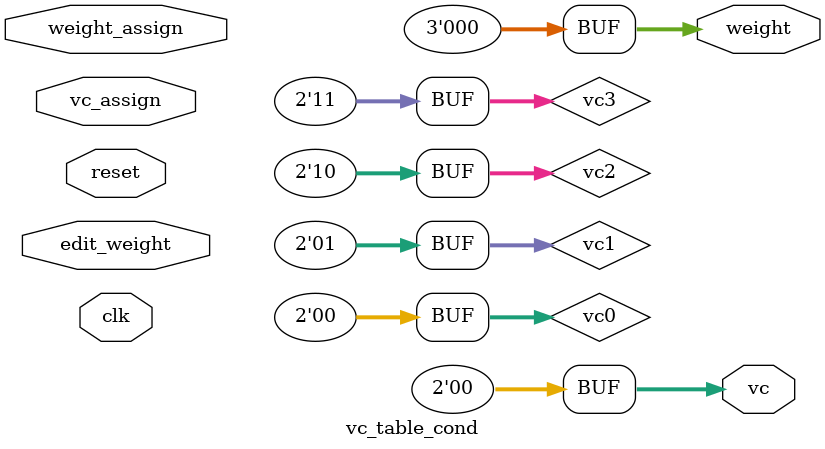
<source format=v>
module vc_table_cond(	input 		clk,
						input		reset,
						input		edit_weight,
						input		[2:0]	weight_assign,
						input		[1:0]	vc_assign,
						output	reg	[2:0]	weight,
						output	reg	[1:0]	vc
);

	reg	[2:0]	weight_vc0 = 3'b001; 
	reg	[2:0]	weight_vc1 = 3'b001; 
	reg	[2:0]	weight_vc2 = 3'b001; 
	reg	[2:0]	weight_vc3 = 3'b001;
	reg	[1:0]	vc0 = 2'b00;
	reg	[1:0]	vc1 = 2'b01;
	reg	[1:0]	vc2 = 2'b10;
	reg	[1:0]	vc3 = 2'b11;
	
	always @(~reset) begin
		weight <= 3'b000;
		vc <= 2'b00;
	end
	
	always @(edit_weight) begin
		case (vc_assign)
			2'b00:	weight_vc0 <= weight_assign;
			2'b01:	weight_vc1 <= weight_assign;
			2'b10:	weight_vc2 <= weight_assign;
			2'b11:	weight_vc3 <= weight_assign;
			default: begin
				weight_vc0 <= 3'b001;
				weight_vc1 <= 3'b001;
				weight_vc2 <= 3'b001;
				weight_vc3 <= 3'b001;
			end
		endcase
	end
	
	always @(~edit_weight) begin
		case (vc_assign)
			2'b00:	begin
				weight <= weight_vc0;
				vc <= vc0;
			end
			
			2'b01:	begin
				weight <= weight_vc1;
				vc <= vc1;
			end
			
			2'b10:	begin
				weight <= weight_vc2;
				vc <= vc2;
			end
			
			2'b11:	begin
				weight <= weight_vc3;
				vc <= vc3;
			end
			
			default: begin
				weight <= 3'b001;
				vc <= vc0;				
			end
		endcase
	end

endmodule
</source>
